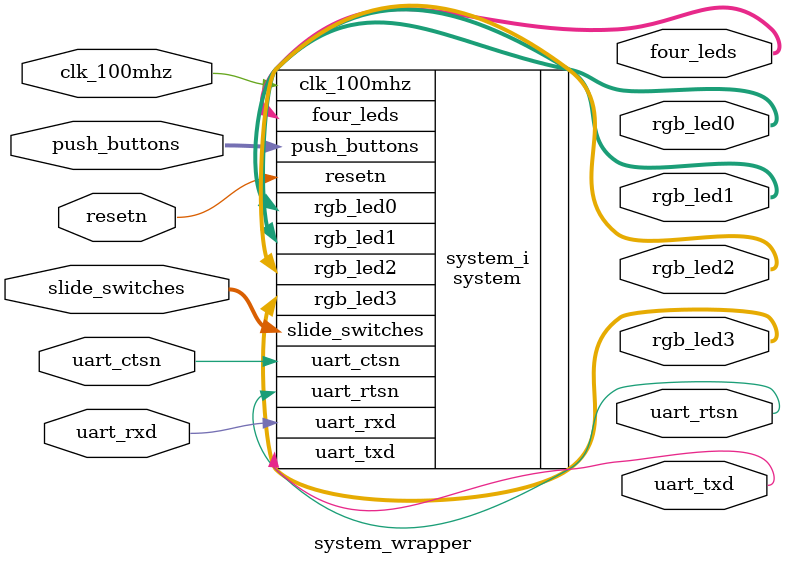
<source format=v>
`timescale 1 ps / 1 ps

module system_wrapper
   (clk_100mhz,
    four_leds,
    push_buttons,
    resetn,
    rgb_led0,
    rgb_led1,
    rgb_led2,
    rgb_led3,
    slide_switches,
    uart_ctsn,
    uart_rtsn,
    uart_rxd,
    uart_txd);
  input clk_100mhz;
  output [3:0]four_leds;
  input [3:0]push_buttons;
  input resetn;
  output [2:0]rgb_led0;
  output [2:0]rgb_led1;
  output [2:0]rgb_led2;
  output [2:0]rgb_led3;
  input [3:0]slide_switches;
  input uart_ctsn;
  output uart_rtsn;
  input uart_rxd;
  output uart_txd;

  wire clk_100mhz;
  wire [3:0]four_leds;
  wire [3:0]push_buttons;
  wire resetn;
  wire [2:0]rgb_led0;
  wire [2:0]rgb_led1;
  wire [2:0]rgb_led2;
  wire [2:0]rgb_led3;
  wire [3:0]slide_switches;
  wire uart_ctsn;
  wire uart_rtsn;
  wire uart_rxd;
  wire uart_txd;

  system system_i
       (.clk_100mhz(clk_100mhz),
        .four_leds(four_leds),
        .push_buttons(push_buttons),
        .resetn(resetn),
        .rgb_led0(rgb_led0),
        .rgb_led1(rgb_led1),
        .rgb_led2(rgb_led2),
        .rgb_led3(rgb_led3),
        .slide_switches(slide_switches),
        .uart_ctsn(uart_ctsn),
        .uart_rtsn(uart_rtsn),
        .uart_rxd(uart_rxd),
        .uart_txd(uart_txd));
endmodule

</source>
